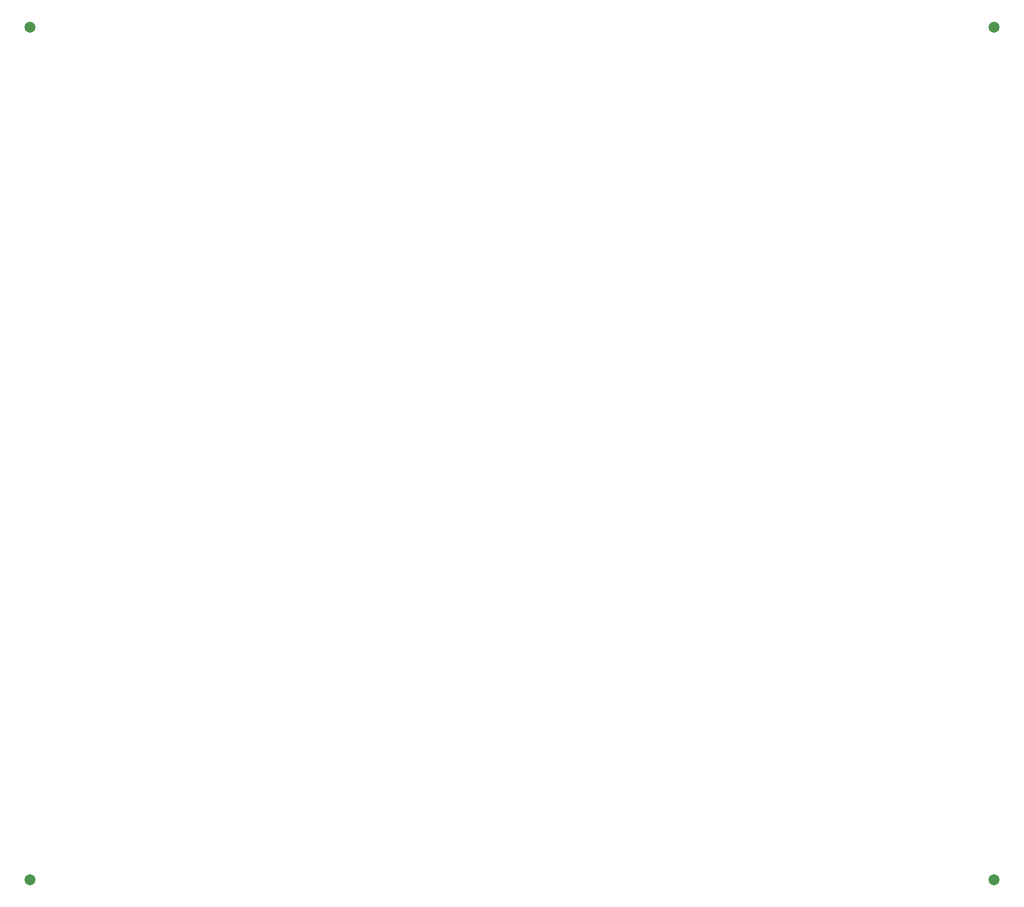
<source format=gbr>
G04 #@! TF.GenerationSoftware,KiCad,Pcbnew,6.0.7*
G04 #@! TF.CreationDate,2022-09-06T12:37:21-05:00*
G04 #@! TF.ProjectId,panel,70616e65-6c2e-46b6-9963-61645f706362,rev?*
G04 #@! TF.SameCoordinates,Original*
G04 #@! TF.FileFunction,Paste,Bot*
G04 #@! TF.FilePolarity,Positive*
%FSLAX46Y46*%
G04 Gerber Fmt 4.6, Leading zero omitted, Abs format (unit mm)*
G04 Created by KiCad (PCBNEW 6.0.7) date 2022-09-06 12:37:21*
%MOMM*%
%LPD*%
G01*
G04 APERTURE LIST*
%ADD10C,2.000000*%
G04 APERTURE END LIST*
D10*
G04 #@! TO.C,REF\u002A\u002A*
X17500000Y-174111776D03*
G04 #@! TD*
G04 #@! TO.C,REF\u002A\u002A*
X17500000Y-17500000D03*
G04 #@! TD*
G04 #@! TO.C,REF\u002A\u002A*
X194500000Y-174111776D03*
G04 #@! TD*
G04 #@! TO.C,REF\u002A\u002A*
X194500000Y-17500000D03*
G04 #@! TD*
M02*

</source>
